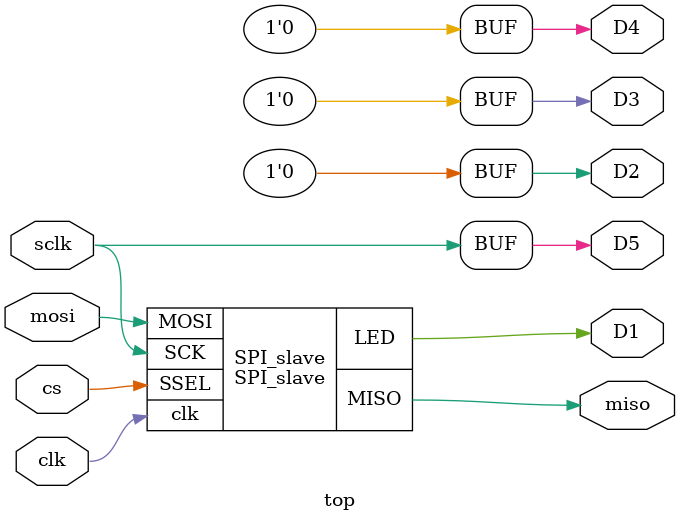
<source format=v>
module SPI_slave(
  input clk,
  input SCK,
  input SSEL,
  input MOSI,
  output MISO,
  output LED
);

  // clk domain crossing - this works by storing the last two sck states, and then compare them to
  // to determine if it's rising or falling.

  // sync SCK to the FPGA clock using a 3-bits shift register
  reg [2:0] SCKr;  always @(posedge clk) SCKr <= {SCKr[1:0], SCK};
  wire SCK_risingedge = (SCKr[2:1]==2'b01);  // now we can detect SCK rising edges
  wire SCK_fallingedge = (SCKr[2:1]==2'b10);  // and falling edges

  // same thing for SSEL
  reg [2:0] SSELr;  always @(posedge clk) SSELr <= {SSELr[1:0], SSEL};
  wire SSEL_active = ~SSELr[1];  // SSEL is active low
  wire SSEL_startmessage = (SSELr[2:1]==2'b10);  // message starts at falling edge
  wire SSEL_endmessage = (SSELr[2:1]==2'b01);  // message stops at rising edge

  // and for MOSI
  reg [1:0] MOSIr;  always @(posedge clk) MOSIr <= {MOSIr[0], MOSI};
  wire MOSI_data = MOSIr[1];


  /////////////////////////////////////
  // read in 8 bit message
  // we handle SPI in 8-bits format, so we need a 3 bits counter to count the bits as they come in
  reg [2:0] bitcnt;
  reg byte_received;  // high when a byte has been received
  reg [7:0] byte_data_received;

  always @(posedge clk)
  begin
    if(~SSEL_active)
      bitcnt <= 3'b000;
    else
    if(SCK_risingedge)
    begin
      bitcnt <= bitcnt + 3'b001;

      // implement a shift-left register (since we receive the data MSB first)
      byte_data_received <= {byte_data_received[6:0], MOSI_data};
    end
  end

  always @(posedge clk)
    byte_received <= SSEL_active && SCK_risingedge && (bitcnt==3'b111) ;

  always @(posedge clk)
    begin
      if(byte_received) 
        case (byte_data_received)
          8'hcc:
            LED <= 1;
          8'hdd:
            LED <= 0;
      endcase
    end
endmodule

module top (
  input  clk,
  output D1,
  output D2,
  output D3,
  output D4,
  output D5,
  input cs,
  input sclk,
  output miso,
  input mosi
);

  SPI_slave #()
  SPI_slave
    (
    .clk(clk),
    .SCK(sclk),
    .MOSI(mosi),
    .MISO(miso),
    .SSEL(cs),
    .LED(D1)
  );

  assign D2 = 0;
  assign D3 = 0;
  assign D4 = 0;
  assign D5 = sclk;
endmodule

</source>
